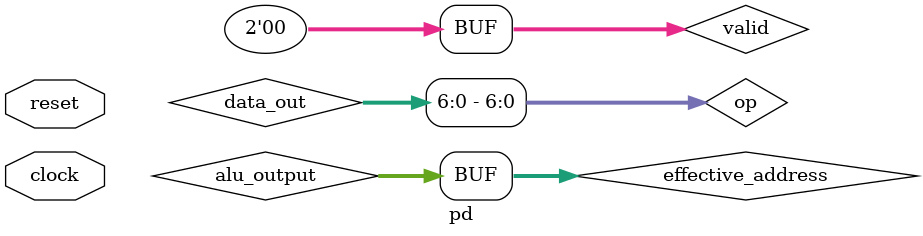
<source format=v>
module pd(
  input clock,
  input reset
);

  reg [31:0 ]addr;
  reg [31:0 ]data_in;
  wire [31:0 ]data_out;
  reg read_write;
  wire [3:0] sel;
  wire  imm_cntrl;
  reg [1:0] access_size;
  wire lb_cntr;

  imemory imemory_0(
    .clock(clock), 
    .address(addr), 
    .data_in(data_in), 
    .data_out(data_out), 
    .read_write(read_write)
  );


  reg[6:0]  op, funct7;  
  reg[31:0] im;
  reg[4:0] rs1, rs2, rd, shant;
  reg[2:0] funct3; 
  reg[1:0] valid; 
  reg read_write_mem;


  always @(*) begin
    valid = 0;
    op = data_out[6:0];
    read_write_mem = 1'b0;
    case(op)
    // finish proper
      7'b0110111: begin 
        write_enable = 1;
        sel = 4'b0 ;
        rd = data_out[11:7];
        funct3 = 0;
        rs1 = 0; 
        rs2 = 0; 
        funct7 = 0; 
        im = { data_out[31:12], 12'b0}; 
        shant = 0;
      end
      //  finish proper
      7'b0010111: begin 
        write_enable = 1;
        sel = 4'b1 ;
        rd = data_out[11:7];
        funct3 = 0;
        rs1 = 0; 
        rs2 = 0; 
        funct7 = 0; 
        im = { data_out[31:12], 12'b0}; 
        shant = 0;
      end 
      //jtype... finish proper
      7'b1101111: begin
        write_enable = 1;
        sel = 4'b10 ;
        rd = data_out[11:7];
        funct3 = 0;
        rs1 = 0; 
        rs2 = 0; 
        funct7 = 0; 
        im = { {12{data_out[31]}}, data_out[19:12], data_out[20], data_out[30:25], data_out[24:21], 1'b0}; 
        shant = 0;
      end
      //jalr finish proper
      7'b1100111: begin 
        write_enable = 1;
        sel = 4'b11 ;
        rd = data_out[11:7];
        funct3 = data_out[14:12];
        rs1 = data_out[19:15]; 
        rs2 = 0; 
        funct7 = 0; 
        im = { {21{data_out[31]}}, data_out[30:20]}; 
        shant = 0;
      end 
      //break bge etc. finish proper 
      7'b1100011: begin 
        sel = 4'b100 ;
        write_enable = 0;
        rd = 0;
        funct3 = data_out[14:12];
        rs1 = data_out[19:15]; 
        rs2 = data_out[24:20 ]; 
        funct7 = 0; 
        im = {{20{data_out[31]}}, data_out[7],data_out[30:25], data_out[11:8], 1'b0}; 
        shant = 0; 

      end    
      //lw lb etc. finish proper
      7'b0000011: begin 
        read_write_mem = 1'b0;
        sel = 4'b101 ;
        write_enable = 1;

        rd = data_out[11:7];
        funct3 = data_out[14:12];
        rs1 = data_out[19:15]; 
        rs2 = 5'b0; 
        funct7 = 7'b0; 
        im = {{21{data_out[31]}}, data_out[30:25], data_out[24:21], data_out[20]}; 
        shant = 0; 
      end    
      //sw sb etc.   finish proper
      7'b0100011: begin 
        read_write_mem = 1'b1;
        write_enable = 0;
        sel = 4'b110 ;
        rd = 0;
        funct3 = 0;
        rs1 = data_out[19:15]; 
        rs2 =  data_out[24:20 ];
        funct7 = 7'b0; 
        im = {{21{data_out[31]}}, data_out[30:25], data_out[11:8], data_out[7]}; 

        shant = 0;     

      end 
      //stores addi slli type  @TODO shamt stuff
      7'b0010011: begin
        sel = 4'b111 ;
        write_enable = 1;

        if (data_out[12] == 1'b1 ) begin
          if (data_out[13] == 1'b0 ) begin
            rd = data_out[11:7];
            funct3 = data_out[14:12];
            rs1 = data_out[19:15]; 
            shant = data_out[24:20 ]; 
            funct7 = data_out[31:25]; 
            im = 0;
            rs2 = 0; 
            imm_cntrl = 1'b0;
          end else begin
            rd = data_out[11:7];
            funct3 = data_out[14:12];
            rs1 = data_out[19:15]; 
            rs2 = 0; 
            funct7 = 0; 
            im = { {21{data_out[31]}}, data_out[30:20]}; 
            shant = 0;
            imm_cntrl = 1'b1;
          end
        end else begin

        rd = data_out[11:7];
        funct3 = data_out[14:12];
        rs1 = data_out[19:15]; 
        rs2 = 0; 
        funct7 = 0; 
        im = { {21{data_out[31]}}, data_out[30:20]}; 
        shant = 0;
        imm_cntrl = 1'b1;

        end 
      end
      //finish proper
      7'b0110011: begin 
        sel = 4'b1000 ;
        write_enable = 1;

        rd = data_out[11:7];
        funct3 = data_out[14:12];
        rs1 = data_out[19:15]; 
        rs2 = data_out[24:20 ]; 
        funct7 = data_out[31:25]; 
        im = 0; 
        shant = 0;
      end
      //finish proper
      7'b1110011: begin 
        sel = 4'b1001 ;
        write_enable = 0;

        rd = 0;
        funct3 = 0;
        rs1 = 0; 
        rs2 = 0; 
        funct7 = 0; 
        im = 0; 
        shant = 0;
      end
      default: begin
        write_enable = 0;
        rd = 0;
        funct3 = 0;
        rs1 = 0; 
        rs2 = 0; 
        funct7 = 0; 
        im = 0; 
        shant = 0;
      end
    endcase
  end 



// end decoder 
//start fetch/alu compute

  reg [31:0] data_rd;
  reg [31:0] data_rs1;
  reg [31:0] data_rs2;
  reg write_enable; 
  reg [4:0] addr_rs1;
  reg [4:0] addr_rs2;
  reg [31:0] addr_write_to;
  reg [31:0] data_rd_1;
  reg [31:0] data_rs1_1;
  reg [31:0] data_rs2_1;
  reg write_enable_1; 
  reg [4:0] addr_rs2_1;
  reg [4:0] addr_rs1_1;
  reg [31:0] addr_actual_1;
  reg [31:0] alu_output;
 reg [31:0] effective_address; 
  reg pc_sel_jal;
  reg [31:0] pc_for_jal_to_write_back;
  reg bt;

  // //i think this is right? @understand 1
  register_file register_file_0(
    .clock(clock),
    .addr_rs1(rs1),
    .addr_rs2(rs2), 
    .addr_rd(rd), 
    .data_rd(data_rd), // decide in the writeback
    .data_rs1(data_rs1),
    .data_rs2(data_rs2),
    .write_enable(write_enable)
  );

  //two things needed to be implemented 
 //- i would need ot select btwn alu_output, pcoutput +4, or addr
//ask about upper immediate and load and exit condition
  always @( * ) begin 
    $display("PC: %x and reg address == %x \n rs1 == %x \n rs2 == %x", addr ,register_file_0.mem_reg[3], register_file_0.mem_reg[1], register_file_0.mem_reg[2]);
    $display("this is  control signals control %x \n\n opcode %x \n, rd : %x \n, rs1 : %x \n, rs2 : %x \n, im : %x \n, shant : %x \n", funct3, op, rd, rs1, rs2, im, shant);

    lb_cntr = 0;
    pc_for_jal_to_write_back = 32'b0;
    case(sel)
      4'b0: begin 
        bt = 1'b0;
        pc_sel_jal = 1'b0;
        //load upper add
        alu_output = im;
        // i don't htink anything needs to be done here
        // lui (Load Upper Immediate): this sets rd to a 32-bit value with the low 12 bits being 0 and the high 20 bits coming from the U-type immediate.
// auipc (Add Upper Immediate to Program Counter): this sets rd to the sum of the current PC and a 32-bit v
      end 
      4'b1: begin 
          //auipc
        bt = 1'b0;
        pc_sel_jal = 1'b0;


        alu_output = addr  + $signed(im);
          //same as lui - don't think anything needs to be done on execute phase
      end 
      //jal - doesn't use alu only effective addr
      4'b10: begin 
        pc_sel_jal = 1'b1;
        bt = 1'b0;
        //current
        pc_for_jal_to_write_back = addr;
        alu_output = addr + $signed(im);
      end 
      //jalr
      4'b11: begin  
        bt = 1'b0;
        pc_sel_jal = 1'b1; 
        pc_for_jal_to_write_back = addr;
        //gotta save and do $ra <— PC+4  
        //$ra <— return address store return address in register file 
        // alu_output = $signed(data_rs1) + $signed(im);
        alu_output = ($signed(data_rs1) + $signed(im))  & ('hFFFFFFFE);
      end 
      //beq/other breaks
      4'b100: begin 
        write_enable = 1'b0;
        pc_sel_jal = 1'b0;

        case(funct3) 
          3'b000: begin 
            if (data_rs1 == data_rs2) 
              bt = 1'b1;
            else
              bt = 1'b0;
          end
          3'b001: begin
            if (data_rs1 != data_rs2) 
              bt = 1'b1;
            else
              bt = 1'b0;
           end
          3'b100: begin 
            if ($signed(data_rs1) < $signed(data_rs2)) 
              bt = 1'b1;
            else
              bt = 1'b0;
          end
          3'b101: begin 
            if ($signed(data_rs1) >= $signed(data_rs2)) 
              bt = 1'b1;
            else
              bt = 1'b0;
          end
          3'b110: begin 
            if ((data_rs1) < (data_rs2)) begin
              // $display("leggoleggoleggoleggoleggoleggoleggoleggoleggoleggoleggoleggoleggoleggoleggo");
              bt = 1'b1;
            end else begin
              // $display("shootshootshootshootshootshootshootshootshootshootshootshootshootshootshootshootshoot");
              bt = 1'b0;          
            end
          end
          3'b111: begin
            // $display("hiiiii1 alu_output %x   data_rs4  %x   im   %x     ", alu_output, register_file_0.mem_reg[4], im);

            if ((data_rs1) >= (data_rs2)) begin
              // $display("leggoleggoleggoleggoleggoleggoleggoleggoleggoleggoleggoleggoleggoleggoleggo");
              bt = 1'b1;
            end else begin
              // $display("shootshootshootshootshootshootshootshootshootshootshootshootshootshootshootshootshoot");
              bt = 1'b0;
            end

           end
          //default 
          default: begin
            bt = 1'b0;
          end 
        endcase
      end 
  // end
      4'b101: begin  //lw ops
        bt = 1'b0;
        pc_sel_jal = 1'b0;

        //unsure how to do load word and store word
        // addr = data_rs1 + im;
        write_enable = 1'b1;
        alu_output = $signed(data_rs1) + $signed(im);
        lb_cntr = 1;
        case(funct3)
          3'b000: begin //signed but essentially the same logic when it comes to alu
            access_size = 2'b00;
          end
          3'b001: begin
            access_size = 2'b01;
            
          end
          3'b010: begin
            access_size = 2'b10;
          end
          3'b100: begin // unsigned 
            access_size = 2'b00;
          end
          3'b101: begin

            access_size = 2'b01;
          end
          default: begin
            access_size = 2'b10;
          end

        endcase
      end 
      4'b110: begin 
        bt = 1'b0;
        pc_sel_jal = 1'b0;

//unsure how to do load word and store word
        alu_output = $signed(data_rs1) + $signed(im);

        case(funct3)
          3'b000: begin
            access_size = 2'b00;
          end
          3'b001: begin
            access_size = 2'b01;
            
          end
          3'b010: begin
            access_size = 2'b10; 
          end
          default: begin
            access_size = 2'b10;
          end
        endcase
      end 

      //arithmetics with im
      4'b111: begin 
        pc_sel_jal = 1'b0;

        // $display("p---------addr %x", addr);
        bt = 1'b0;
        write_enable = 1'b1;
        if (imm_cntrl == 1'b0) begin
          if (funct3 == 3'b001) begin
            alu_output = data_rs1 << im[4:0];
          end else begin
            if (funct7 == 7'b0000000) begin
              alu_output = data_rs1 >> im[4:0];
            end else begin
              alu_output = $signed(data_rs1) >>> $signed(im[4:0]);
            end
          end 
        end else begin
          case (funct3)
            3'b000: begin
              alu_output = $signed(data_rs1) + $signed(im);
              // $display("hiiiii alu_output %x   data_rs1  %x   im   %x     ", alu_output, data_rs1, im);
            end
            3'b010: begin
              alu_output = ($signed(data_rs1) < $signed(im)) ? 1 : 0;
            end 
            3'b011: begin
              alu_output = ((data_rs1) < (im)) ? 1 : 0;
            end 
            3'b100: begin
              alu_output = data_rs1 ^ im;
            end 
            3'b110: begin
              alu_output = data_rs1 | im;
            end   
            3'b111: begin
              alu_output = data_rs1 & im;
            end
            default: begin
              alu_output = 0;
            end 
            //add default
          endcase
        end 
      end
      //hardcore arithmetics
      4'b1000: begin 
        pc_sel_jal = 1'b0;

        bt = 1'b0;
        case (funct3)
          3'b000: begin 
            if (funct7 == 7'b0000000) begin
              alu_output = $signed(data_rs2) + $signed(data_rs1);
            end else begin
              alu_output = $signed(data_rs1) - $signed(data_rs2);
            end
          end 
          3'b001: begin 
            alu_output = $signed(data_rs1) << data_rs2[4:0];
          end
          3'b010: begin 
            alu_output = ($signed(data_rs1) < $signed(data_rs2)) ? 1 : 0;
          end
          3'b011: begin 
            alu_output = (data_rs1 < data_rs2) ? 1 : 0; 
          end
          3'b100: begin 
            alu_output = data_rs1 ^ data_rs2; 
          end
          3'b101: begin 
            if (funct7 == 7'b0000000) begin
              alu_output = data_rs1 >> data_rs2[4:0]; 
            end else begin
              alu_output = $signed(data_rs1) >> data_rs2[4:0]; 
            end
          end
          3'b110: begin 
            alu_output = data_rs1 | data_rs2;
          end
          3'b111: begin 
            alu_output = data_rs1 & data_rs2;
          end
          default: begin
              alu_output = 0;
          end 
        endcase
      end 
      
      4'b1001: begin 
        bt = 1'b0;
        pc_sel_jal = 1'b0;

        alu_output = 0;
      end 
      default: begin
        pc_sel_jal = 1'b0;

        bt = 1'b0;
        alu_output = 0;
      end
    endcase
    // $display("hiiiii2 alu_output %x   data_rs4  %x   im   %x    \n ---------- writeen  ", alu_output, register_file_0.mem_reg[4], im, write_enable);
    effective_address = alu_output;

  end

//current2
//branch comparator logic 
// if i am in a jal condition, then my alu computes my address otherwise
// if i am in a branch condition and it is successful my address is jumped to function else i just go down the pc
  always @( posedge clock) begin
    // $display("hiiiii3 alu_output %x   data_rs4  %x   im   %x    \n ---------- writeen  ", alu_output, register_file_0.mem_reg[4], im, write_enable);
    
    // addr <= ((pc_sel_jal) ?  : (bt ? (addr+im) : (addr + 4)));
    if (pc_sel_jal) begin
      $display(" sel1  ");
      addr <= alu_output;
    end else begin
      $display(" sel2");
      if (bt) begin
        addr <= (addr+im);
      end else begin
        addr <= (addr+4);
      end
      
    end 
    $display("these are the control signals here: pc_sel_jal %x \n, alu_output %x \n, bt %x\n,addragain %x \n",pc_sel_jal,alu_output,bt, addr );
    // bt = 1'b0;
  end 

  
  reg [31:0 ]data_in_d;
  wire [31:0 ]data_out_d;

  //memory -> incrementing pointer
  // always @(*) begin
  //   if (read_write_mem == 1'b0 ) begin 
  //     data_in_d = 
  //     data_out_d = 0
  //   end else begin

  //   end
//memory stage
  dmemory dmemory_0(
    .clock(clock), 
    .address(alu_output), 
    .data_in(data_in_d), 
    .data_out(data_out_d), 
    .read_write(read_write_mem), 
    .access_size(access_size)
  );

  //checkpoint - everything seems reasonable up till memory stage
  
  //write back

  //i'm going 
  always @( posedge clock  ) begin
    if (lb_cntr == 1) begin
      data_rd = data_out_d;
    end else begin
      write_enable = 1'b1;
      if (!pc_sel_jal) begin 
        data_rd = alu_output;
      end else begin
        data_rd = pc_for_jal_to_write_back + 4;
      end

    end
  end
endmodule

    // lb_cntr = 0;
    // pc_sel_jal = 1'b0;
</source>
